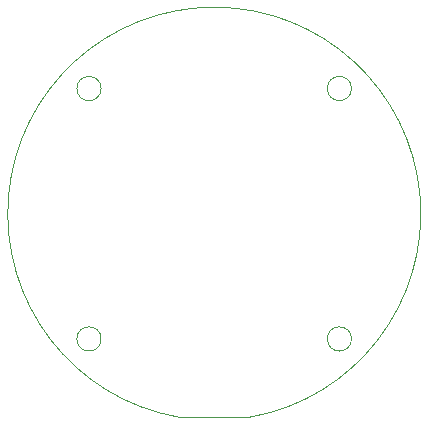
<source format=gbr>
%TF.GenerationSoftware,KiCad,Pcbnew,7.0.11*%
%TF.CreationDate,2024-11-14T13:48:53-05:00*%
%TF.ProjectId,IO_watch,494f5f77-6174-4636-982e-6b696361645f,rev?*%
%TF.SameCoordinates,Original*%
%TF.FileFunction,Profile,NP*%
%FSLAX46Y46*%
G04 Gerber Fmt 4.6, Leading zero omitted, Abs format (unit mm)*
G04 Created by KiCad (PCBNEW 7.0.11) date 2024-11-14 13:48:53*
%MOMM*%
%LPD*%
G01*
G04 APERTURE LIST*
%TA.AperFunction,Profile*%
%ADD10C,0.100000*%
%TD*%
G04 APERTURE END LIST*
D10*
X123291558Y-92602600D02*
G75*
G03*
X121243242Y-92602600I-1024158J0D01*
G01*
X121243242Y-92602600D02*
G75*
G03*
X123291558Y-92602600I1024158J0D01*
G01*
X123288958Y-71400000D02*
G75*
G03*
X121240642Y-71400000I-1024158J0D01*
G01*
X121240642Y-71400000D02*
G75*
G03*
X123288958Y-71400000I1024158J0D01*
G01*
X144494158Y-92600000D02*
G75*
G03*
X142445842Y-92600000I-1024158J0D01*
G01*
X142445842Y-92600000D02*
G75*
G03*
X144494158Y-92600000I1024158J0D01*
G01*
X129867400Y-99225000D02*
X135867400Y-99225000D01*
X144491558Y-71397400D02*
G75*
G03*
X142443242Y-71397400I-1024158J0D01*
G01*
X142443242Y-71397400D02*
G75*
G03*
X144491558Y-71397400I1024158J0D01*
G01*
X135867846Y-99227569D02*
G75*
G03*
X129867400Y-99225000I-2992846J17227569D01*
G01*
M02*

</source>
